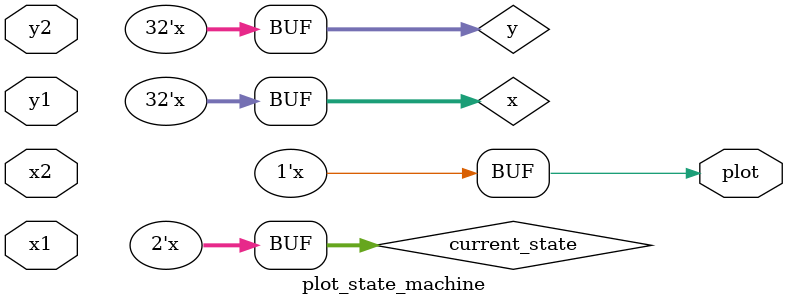
<source format=sv>
module plot_state_machine (
input wire x1,
input wire y1,
input wire x2,
input wire y2,
output wire plot
);

reg [31:0] x;
reg [31:0] y;

parameter state_outer_loop = 0;
parameter state_inner_loop = 1;

reg [1:0] current_state;

always @(*) begin
case (current_state)
state_outer_loop: begin
x = x + 1;
if (x > x2) begin
current_state = state_inner_loop;
end
end
state_inner_loop: begin
y = y + 1;
if (y > y2) begin
current_state = state_outer_loop;
end
end
endcase
end

assign plot = (current_state == state_inner_loop);

endmodule
</source>
